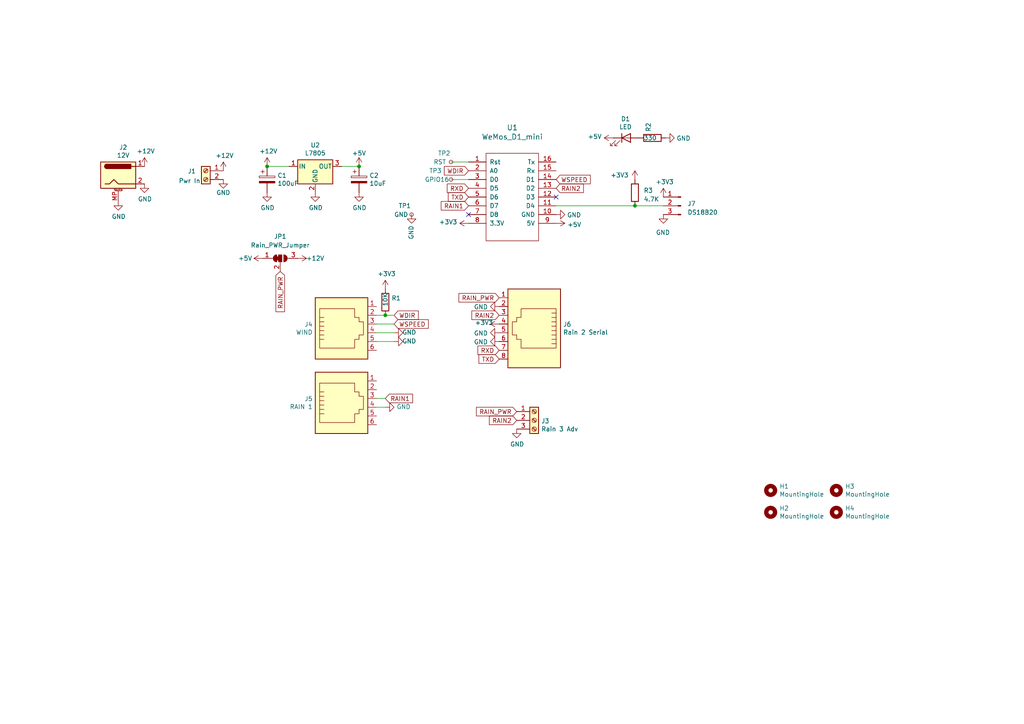
<source format=kicad_sch>
(kicad_sch (version 20230121) (generator eeschema)
  (paper "A4")
  (title_block (title "Weather Wemos") (date "2023-02-26") (rev "v3") (company "Scott Hanson"))
  (lib_symbols
    (symbol "Connector:8P8C" (pin_names (offset 1.016))
      (property "Reference" "J" (at -5.08 13.97 0))
      (property "Value" "8P8C" (at 2.54 13.97 0))
      (symbol "8P8C_0_1"
        (polyline (pts (xy -5.08 4.445) (xy -6.35 4.445)))
        (polyline (pts (xy -5.08 5.715) (xy -6.35 5.715)))
        (polyline (pts (xy -6.35 -3.175) (xy -5.08 -3.175) (xy -5.08 -3.175)))
        (polyline (pts (xy -6.35 -1.905) (xy -5.08 -1.905) (xy -5.08 -1.905)))
        (polyline (pts (xy -6.35 -0.635) (xy -5.08 -0.635) (xy -5.08 -0.635)))
        (polyline (pts (xy -6.35 0.635) (xy -5.08 0.635) (xy -5.08 0.635)))
        (polyline (pts (xy -6.35 1.905) (xy -5.08 1.905) (xy -5.08 1.905)))
        (polyline (pts (xy -5.08 3.175) (xy -6.35 3.175) (xy -6.35 3.175)))
        (polyline (pts (xy -6.35 -4.445) (xy -6.35 6.985) (xy 3.81 6.985) (xy 3.81 4.445) (xy 5.08 4.445) (xy 5.08 3.175) (xy 6.35 3.175) (xy 6.35 -0.635) (xy 5.08 -0.635) (xy 5.08 -1.905) (xy 3.81 -1.905) (xy 3.81 -4.445) (xy -6.35 -4.445) (xy -6.35 -4.445)))
        (rectangle (start 7.62 12.7) (end -7.62 -10.16) (stroke (width 0.254)) (fill (type background)))
      )
      (symbol "8P8C_1_1"
        (pin passive line (at 10.16 -7.62 180) (length 2.54) (name "~") (number "1"))
        (pin passive line (at 10.16 -5.08 180) (length 2.54) (name "~") (number "2"))
        (pin passive line (at 10.16 -2.54 180) (length 2.54) (name "~") (number "3"))
        (pin passive line (at 10.16 0 180) (length 2.54) (name "~") (number "4"))
        (pin passive line (at 10.16 2.54 180) (length 2.54) (name "~") (number "5"))
        (pin passive line (at 10.16 5.08 180) (length 2.54) (name "~") (number "6"))
        (pin passive line (at 10.16 7.62 180) (length 2.54) (name "~") (number "7"))
        (pin passive line (at 10.16 10.16 180) (length 2.54) (name "~") (number "8"))
      )
    )
    (symbol "Connector:Barrel_Jack_MountingPin" (pin_names hide)
      (property "Reference" "J" (at 0 5.334 0))
      (property "Value" "Barrel_Jack_MountingPin" (at 1.27 -6.35 0))
      (symbol "Barrel_Jack_MountingPin_0_1"
        (rectangle (start -5.08 3.81) (end 5.08 -3.81) (stroke (width 0.254)) (fill (type background)))
        (arc (start -3.302 3.175) (mid -3.9343 2.54) (end -3.302 1.905) (stroke (width 0.254)))
        (arc (start -3.302 3.175) (mid -3.9343 2.54) (end -3.302 1.905) (stroke (width 0.254)) (fill (type outline)))
        (polyline (pts (xy 5.08 2.54) (xy 3.81 2.54)) (stroke (width 0.254)))
        (polyline (pts (xy -3.81 -2.54) (xy -2.54 -2.54) (xy -1.27 -1.27) (xy 0 -2.54) (xy 2.54 -2.54) (xy 5.08 -2.54)) (stroke (width 0.254)))
        (rectangle (start 3.683 3.175) (end -3.302 1.905) (stroke (width 0.254)) (fill (type outline)))
      )
      (symbol "Barrel_Jack_MountingPin_1_1"
        (polyline (pts (xy -1.016 -4.572) (xy 1.016 -4.572)) (stroke (width 0.1524)))
        (text "Mounting" (at 0 -4.191 0) (effects (font (size 0.381 0.381))))
        (pin passive line (at 7.62 2.54 180) (length 2.54) (name "~") (number "1"))
        (pin passive line (at 7.62 -2.54 180) (length 2.54) (name "~") (number "2"))
        (pin passive line (at 0 -7.62 90) (length 3.048) (name "MountPin") (number "MP"))
      )
    )
    (symbol "Connector:Conn_01x03_Pin" (pin_names (offset 1.016) hide)
      (property "Reference" "J" (at 0 5.08 0))
      (property "Value" "Conn_01x03_Pin" (at 0 -5.08 0))
      (symbol "Conn_01x03_Pin_1_1"
        (polyline (pts (xy 1.27 -2.54) (xy 0.8636 -2.54)) (stroke (width 0.1524)))
        (polyline (pts (xy 1.27 0) (xy 0.8636 0)) (stroke (width 0.1524)))
        (polyline (pts (xy 1.27 2.54) (xy 0.8636 2.54)) (stroke (width 0.1524)))
        (rectangle (start 0.8636 -2.413) (end 0 -2.667) (stroke (width 0.1524)) (fill (type outline)))
        (rectangle (start 0.8636 0.127) (end 0 -0.127) (stroke (width 0.1524)) (fill (type outline)))
        (rectangle (start 0.8636 2.667) (end 0 2.413) (stroke (width 0.1524)) (fill (type outline)))
        (pin passive line (at 5.08 2.54 180) (length 3.81) (name "Pin_1") (number "1"))
        (pin passive line (at 5.08 0 180) (length 3.81) (name "Pin_2") (number "2"))
        (pin passive line (at 5.08 -2.54 180) (length 3.81) (name "Pin_3") (number "3"))
      )
    )
    (symbol "Connector:RJ12" (pin_names (offset 1.016))
      (property "Reference" "J" (at -5.08 11.43 0))
      (property "Value" "RJ12" (at 2.54 11.43 0))
      (symbol "RJ12_0_1"
        (polyline (pts (xy -6.35 -1.905) (xy -5.08 -1.905) (xy -5.08 -1.905)))
        (polyline (pts (xy -6.35 -0.635) (xy -5.08 -0.635) (xy -5.08 -0.635)))
        (polyline (pts (xy -6.35 0.635) (xy -5.08 0.635) (xy -5.08 0.635)))
        (polyline (pts (xy -6.35 1.905) (xy -5.08 1.905) (xy -5.08 1.905)))
        (polyline (pts (xy -6.35 3.175) (xy -5.08 3.175) (xy -5.08 3.175)))
        (polyline (pts (xy -5.08 4.445) (xy -6.35 4.445) (xy -6.35 4.445)))
        (polyline (pts (xy -6.35 -4.445) (xy -6.35 6.985) (xy 3.81 6.985) (xy 3.81 4.445) (xy 5.08 4.445) (xy 5.08 3.175) (xy 6.35 3.175) (xy 6.35 -0.635) (xy 5.08 -0.635) (xy 5.08 -1.905) (xy 3.81 -1.905) (xy 3.81 -4.445) (xy -6.35 -4.445) (xy -6.35 -4.445)))
        (rectangle (start 7.62 10.16) (end -7.62 -7.62) (stroke (width 0.254)) (fill (type background)))
      )
      (symbol "RJ12_1_1"
        (pin passive line (at 10.16 -5.08 180) (length 2.54) (name "~") (number "1"))
        (pin passive line (at 10.16 -2.54 180) (length 2.54) (name "~") (number "2"))
        (pin passive line (at 10.16 0 180) (length 2.54) (name "~") (number "3"))
        (pin passive line (at 10.16 2.54 180) (length 2.54) (name "~") (number "4"))
        (pin passive line (at 10.16 5.08 180) (length 2.54) (name "~") (number "5"))
        (pin passive line (at 10.16 7.62 180) (length 2.54) (name "~") (number "6"))
      )
    )
    (symbol "Connector:Screw_Terminal_01x02" (pin_names (offset 1.016) hide)
      (property "Reference" "J" (at 0 2.54 0))
      (property "Value" "Screw_Terminal_01x02" (at 0 -5.08 0))
      (symbol "Screw_Terminal_01x02_1_1"
        (rectangle (start -1.27 1.27) (end 1.27 -3.81) (stroke (width 0.254)) (fill (type background)))
        (circle (center 0 -2.54) (radius 0.635) (stroke (width 0.1524)))
        (polyline (pts (xy -0.5334 -2.2098) (xy 0.3302 -3.048)) (stroke (width 0.1524)))
        (polyline (pts (xy -0.5334 0.3302) (xy 0.3302 -0.508)) (stroke (width 0.1524)))
        (polyline (pts (xy -0.3556 -2.032) (xy 0.508 -2.8702)) (stroke (width 0.1524)))
        (polyline (pts (xy -0.3556 0.508) (xy 0.508 -0.3302)) (stroke (width 0.1524)))
        (circle (center 0 0) (radius 0.635) (stroke (width 0.1524)))
        (pin passive line (at -5.08 0 0) (length 3.81) (name "Pin_1") (number "1"))
        (pin passive line (at -5.08 -2.54 0) (length 3.81) (name "Pin_2") (number "2"))
      )
    )
    (symbol "Connector:Screw_Terminal_01x03" (pin_names (offset 1.016) hide)
      (property "Reference" "J" (at 0 5.08 0))
      (property "Value" "Screw_Terminal_01x03" (at 0 -5.08 0))
      (symbol "Screw_Terminal_01x03_1_1"
        (rectangle (start -1.27 3.81) (end 1.27 -3.81) (stroke (width 0.254)) (fill (type background)))
        (circle (center 0 -2.54) (radius 0.635) (stroke (width 0.1524)))
        (polyline (pts (xy -0.5334 -2.2098) (xy 0.3302 -3.048)) (stroke (width 0.1524)))
        (polyline (pts (xy -0.5334 0.3302) (xy 0.3302 -0.508)) (stroke (width 0.1524)))
        (polyline (pts (xy -0.5334 2.8702) (xy 0.3302 2.032)) (stroke (width 0.1524)))
        (polyline (pts (xy -0.3556 -2.032) (xy 0.508 -2.8702)) (stroke (width 0.1524)))
        (polyline (pts (xy -0.3556 0.508) (xy 0.508 -0.3302)) (stroke (width 0.1524)))
        (polyline (pts (xy -0.3556 3.048) (xy 0.508 2.2098)) (stroke (width 0.1524)))
        (circle (center 0 0) (radius 0.635) (stroke (width 0.1524)))
        (circle (center 0 2.54) (radius 0.635) (stroke (width 0.1524)))
        (pin passive line (at -5.08 2.54 0) (length 3.81) (name "Pin_1") (number "1"))
        (pin passive line (at -5.08 0 0) (length 3.81) (name "Pin_2") (number "2"))
        (pin passive line (at -5.08 -2.54 0) (length 3.81) (name "Pin_3") (number "3"))
      )
    )
    (symbol "Connector:TestPoint_Small" (pin_numbers hide) (pin_names (offset 0.762) hide)
      (property "Reference" "TP" (at 0 3.81 0))
      (property "Value" "TestPoint_Small" (at 0 2.032 0))
      (symbol "TestPoint_Small_0_1"
        (circle (center 0 0) (radius 0.508))
      )
      (symbol "TestPoint_Small_1_1"
        (pin passive line (at 0 0 90) (length 0) (name "1") (number "1"))
      )
    )
    (symbol "Device:LED" (pin_numbers hide) (pin_names (offset 1.016) hide)
      (property "Reference" "D" (at 0 2.54 0))
      (property "Value" "LED" (at 0 -2.54 0))
      (symbol "LED_0_1"
        (polyline (pts (xy -1.27 -1.27) (xy -1.27 1.27)) (stroke (width 0.254)))
        (polyline (pts (xy -1.27 0) (xy 1.27 0)))
        (polyline (pts (xy 1.27 -1.27) (xy 1.27 1.27) (xy -1.27 0) (xy 1.27 -1.27)) (stroke (width 0.254)))
        (polyline (pts (xy -3.048 -0.762) (xy -4.572 -2.286) (xy -3.81 -2.286) (xy -4.572 -2.286) (xy -4.572 -1.524)))
        (polyline (pts (xy -1.778 -0.762) (xy -3.302 -2.286) (xy -2.54 -2.286) (xy -3.302 -2.286) (xy -3.302 -1.524)))
      )
      (symbol "LED_1_1"
        (pin passive line (at -3.81 0 0) (length 2.54) (name "K") (number "1"))
        (pin passive line (at 3.81 0 180) (length 2.54) (name "A") (number "2"))
      )
    )
    (symbol "Device:R" (pin_numbers hide) (pin_names (offset 0))
      (property "Reference" "R" (at 2.032 0 90))
      (property "Value" "R" (at 0 0 90))
      (symbol "R_0_1"
        (rectangle (start -1.016 -2.54) (end 1.016 2.54) (stroke (width 0.254)))
      )
      (symbol "R_1_1"
        (pin passive line (at 0 3.81 270) (length 1.27) (name "~") (number "1"))
        (pin passive line (at 0 -3.81 90) (length 1.27) (name "~") (number "2"))
      )
    )
    (symbol "Jumper:SolderJumper_3_Bridged12" (pin_names (offset 0) hide)
      (property "Reference" "JP" (at -2.54 -2.54 0))
      (property "Value" "SolderJumper_3_Bridged12" (at 0 2.794 0))
      (symbol "SolderJumper_3_Bridged12_0_1"
        (rectangle (start -1.016 0.508) (end -0.508 -0.508) (fill (type outline)))
        (arc (start -1.016 1.016) (mid -2.0276 0) (end -1.016 -1.016))
        (arc (start -1.016 1.016) (mid -2.0276 0) (end -1.016 -1.016) (fill (type outline)))
        (rectangle (start -0.508 1.016) (end 0.508 -1.016) (fill (type outline)))
        (polyline (pts (xy -2.54 0) (xy -2.032 0)))
        (polyline (pts (xy -1.016 1.016) (xy -1.016 -1.016)))
        (polyline (pts (xy 0 -1.27) (xy 0 -1.016)))
        (polyline (pts (xy 1.016 1.016) (xy 1.016 -1.016)))
        (polyline (pts (xy 2.54 0) (xy 2.032 0)))
        (arc (start 1.016 -1.016) (mid 2.0276 0) (end 1.016 1.016))
        (arc (start 1.016 -1.016) (mid 2.0276 0) (end 1.016 1.016) (fill (type outline)))
      )
      (symbol "SolderJumper_3_Bridged12_1_1"
        (pin passive line (at -5.08 0 0) (length 2.54) (name "A") (number "1"))
        (pin passive line (at 0 -3.81 90) (length 2.54) (name "C") (number "2"))
        (pin passive line (at 5.08 0 180) (length 2.54) (name "B") (number "3"))
      )
    )
    (symbol "Mechanical:MountingHole" (pin_names (offset 1.016))
      (property "Reference" "H" (at 0 5.08 0))
      (property "Value" "MountingHole" (at 0 3.175 0))
      (symbol "MountingHole_0_1"
        (circle (center 0 0) (radius 1.27) (stroke (width 1.27)))
      )
    )
    (symbol "Regulator_Linear:L7805" (pin_names (offset 0.254))
      (property "Reference" "U" (at -3.81 3.175 0))
      (property "Value" "L7805" (at 0 3.175 0))
      (symbol "L7805_0_1"
        (rectangle (start -5.08 1.905) (end 5.08 -5.08) (stroke (width 0.254)) (fill (type background)))
      )
      (symbol "L7805_1_1"
        (pin power_in line (at -7.62 0 0) (length 2.54) (name "IN") (number "1"))
        (pin power_in line (at 0 -7.62 90) (length 2.54) (name "GND") (number "2"))
        (pin power_out line (at 7.62 0 180) (length 2.54) (name "OUT") (number "3"))
      )
    )
    (symbol "Weather_Wemos-rescue:CP-Device" (pin_numbers hide) (pin_names (offset 0.254))
      (property "Reference" "C" (at 0.635 2.54 0))
      (property "Value" "CP-Device" (at 0.635 -2.54 0))
      (symbol "CP-Device_0_1"
        (rectangle (start -2.286 0.508) (end 2.286 1.016))
        (polyline (pts (xy -1.778 2.286) (xy -0.762 2.286)))
        (polyline (pts (xy -1.27 2.794) (xy -1.27 1.778)))
        (rectangle (start 2.286 -0.508) (end -2.286 -1.016) (fill (type outline)))
      )
      (symbol "CP-Device_1_1"
        (pin passive line (at 0 3.81 270) (length 2.794) (name "~") (number "1"))
        (pin passive line (at 0 -3.81 90) (length 2.794) (name "~") (number "2"))
      )
    )
    (symbol "power:+12V" (power) (pin_names (offset 0))
      (property "Value" "+12V" (at 0 3.556 0))
      (symbol "+12V_0_1"
        (polyline (pts (xy -0.762 1.27) (xy 0 2.54)))
        (polyline (pts (xy 0 0) (xy 0 2.54)))
        (polyline (pts (xy 0 2.54) (xy 0.762 1.27)))
      )
      (symbol "+12V_1_1"
        (pin power_in line (at 0 0 90) (length 0) hide (name "+12V") (number "1"))
      )
    )
    (symbol "power:+3.3V" (power) (pin_names (offset 0))
      (property "Value" "+3.3V" (at 0 3.556 0))
      (symbol "+3.3V_0_1"
        (polyline (pts (xy -0.762 1.27) (xy 0 2.54)))
        (polyline (pts (xy 0 0) (xy 0 2.54)))
        (polyline (pts (xy 0 2.54) (xy 0.762 1.27)))
      )
      (symbol "+3.3V_1_1"
        (pin power_in line (at 0 0 90) (length 0) hide (name "+3V3") (number "1"))
      )
    )
    (symbol "power:+5V" (power) (pin_names (offset 0))
      (property "Value" "+5V" (at 0 3.556 0))
      (symbol "+5V_0_1"
        (polyline (pts (xy -0.762 1.27) (xy 0 2.54)))
        (polyline (pts (xy 0 0) (xy 0 2.54)))
        (polyline (pts (xy 0 2.54) (xy 0.762 1.27)))
      )
      (symbol "+5V_1_1"
        (pin power_in line (at 0 0 90) (length 0) hide (name "+5V") (number "1"))
      )
    )
    (symbol "power:GND" (power) (pin_names (offset 0))
      (property "Value" "GND" (at 0 -3.81 0))
      (symbol "GND_0_1"
        (polyline (pts (xy 0 0) (xy 0 -1.27) (xy 1.27 -1.27) (xy 0 -2.54) (xy -1.27 -1.27) (xy 0 -1.27)))
      )
      (symbol "GND_1_1"
        (pin power_in line (at 0 0 270) (length 0) hide (name "GND") (number "1"))
      )
    )
    (symbol "wemos_mini:WeMos_D1_mini" (pin_names (offset 1.016))
      (property "Reference" "U" (at 0 12.7 0))
      (property "Value" "WeMos_D1_mini" (at 0 -12.7 0))
      (property "Datasheet" "http://www.wemos.cc/Products/d1_mini.html" (at 13.97 -17.78 0))
      (symbol "WeMos_D1_mini_0_1"
        (rectangle (start -7.62 11.43) (end 7.62 -13.97))
      )
      (symbol "WeMos_D1_mini_1_1"
        (pin bidirectional line (at -12.7 8.89 0) (length 5.08) (name "Rst") (number "1"))
        (pin power_in line (at 12.7 -6.35 180) (length 5.08) (name "GND") (number "10"))
        (pin bidirectional line (at 12.7 -3.81 180) (length 5.08) (name "D4") (number "11"))
        (pin bidirectional line (at 12.7 -1.27 180) (length 5.08) (name "D3") (number "12"))
        (pin bidirectional line (at 12.7 1.27 180) (length 5.08) (name "D2") (number "13"))
        (pin bidirectional line (at 12.7 3.81 180) (length 5.08) (name "D1") (number "14"))
        (pin bidirectional line (at 12.7 6.35 180) (length 5.08) (name "Rx") (number "15"))
        (pin bidirectional line (at 12.7 8.89 180) (length 5.08) (name "Tx") (number "16"))
        (pin bidirectional line (at -12.7 6.35 0) (length 5.08) (name "A0") (number "2"))
        (pin bidirectional line (at -12.7 3.81 0) (length 5.08) (name "D0") (number "3"))
        (pin bidirectional line (at -12.7 1.27 0) (length 5.08) (name "D5") (number "4"))
        (pin bidirectional line (at -12.7 -1.27 0) (length 5.08) (name "D6") (number "5"))
        (pin bidirectional line (at -12.7 -3.81 0) (length 5.08) (name "D7") (number "6"))
        (pin bidirectional line (at -12.7 -6.35 0) (length 5.08) (name "D8") (number "7"))
        (pin power_out line (at -12.7 -8.89 0) (length 5.08) (name "3.3V") (number "8"))
        (pin power_in line (at 12.7 -8.89 180) (length 5.08) (name "5V") (number "9"))
      )
    )
  )
  (junction (at 77.47 48.26))
  (junction (at 104.14 48.26))
  (junction (at 111.76 91.44))
  (junction (at 184.15 59.69))
  (no_connect (at 135.89 62.23))
  (no_connect (at 161.29 57.15))
  (wire (pts (xy 161.29 59.69) (xy 184.15 59.69)))
  (wire (pts (xy 114.3 93.98) (xy 109.22 93.98)))
  (wire (pts (xy 83.82 48.26) (xy 77.47 48.26)))
  (wire (pts (xy 130.81 46.99) (xy 135.89 46.99)))
  (wire (pts (xy 130.81 52.07) (xy 135.89 52.07)))
  (wire (pts (xy 109.22 91.44) (xy 111.76 91.44)))
  (wire (pts (xy 111.76 115.57) (xy 109.22 115.57)))
  (wire (pts (xy 111.76 91.44) (xy 114.3 91.44)))
  (wire (pts (xy 114.3 99.06) (xy 109.22 99.06)))
  (wire (pts (xy 184.15 59.69) (xy 192.405 59.69)))
  (wire (pts (xy 109.22 96.52) (xy 114.3 96.52)))
  (wire (pts (xy 109.22 118.11) (xy 111.76 118.11)))
  (wire (pts (xy 99.06 48.26) (xy 104.14 48.26)))
  (global_label "RAIN_PWR" (shape input) (at 144.78 86.36 180) (property "Intersheetrefs" "${INTERSHEET_REFS}" (effects hide)))
  (global_label "TXD" (shape input) (at 144.78 104.14 180) (property "Intersheetrefs" "${INTERSHEET_REFS}" (effects hide)))
  (global_label "RAIN2" (shape input) (at 144.78 91.44 180) (property "Intersheetrefs" "${INTERSHEET_REFS}" (effects hide)))
  (global_label "RXD" (shape input) (at 144.78 101.6 180) (property "Intersheetrefs" "${INTERSHEET_REFS}" (effects hide)))
  (global_label "WSPEED" (shape input) (at 161.29 52.07 0) (property "Intersheetrefs" "${INTERSHEET_REFS}" (effects hide)))
  (global_label "WDIR" (shape input) (at 114.3 91.44 0) (property "Intersheetrefs" "${INTERSHEET_REFS}" (effects hide)))
  (global_label "WSPEED" (shape input) (at 114.3 93.98 0) (property "Intersheetrefs" "${INTERSHEET_REFS}" (effects hide)))
  (global_label "RAIN_PWR" (shape input) (at 149.86 119.38 180) (property "Intersheetrefs" "${INTERSHEET_REFS}" (effects hide)))
  (global_label "RAIN2" (shape input) (at 161.29 54.61 0) (property "Intersheetrefs" "${INTERSHEET_REFS}" (effects hide)))
  (global_label "WDIR" (shape input) (at 135.89 49.53 180) (property "Intersheetrefs" "${INTERSHEET_REFS}" (effects hide)))
  (global_label "RAIN2" (shape input) (at 149.86 121.92 180) (property "Intersheetrefs" "${INTERSHEET_REFS}" (effects hide)))
  (global_label "RAIN_PWR" (shape input) (at 81.28 78.74 270) (property "Intersheetrefs" "${INTERSHEET_REFS}" (effects hide)))
  (global_label "RAIN1" (shape input) (at 111.76 115.57 0) (property "Intersheetrefs" "${INTERSHEET_REFS}" (effects hide)))
  (global_label "RAIN1" (shape input) (at 135.89 59.69 180) (property "Intersheetrefs" "${INTERSHEET_REFS}" (effects hide)))
  (global_label "TXD" (shape input) (at 135.89 57.15 180) (property "Intersheetrefs" "${INTERSHEET_REFS}" (effects hide)))
  (global_label "RXD" (shape input) (at 135.89 54.61 180) (property "Intersheetrefs" "${INTERSHEET_REFS}" (effects hide)))
  (symbol (lib_id "wemos_mini:WeMos_D1_mini") (at 148.59 55.88 0) (unit 1)
    (property "Reference" "U1" (at 148.59 37.0078 0) (effects (font (size 1.524 1.524))))
    (property "Value" "WeMos_D1_mini" (at 148.59 39.7002 0) (effects (font (size 1.524 1.524))))
    (property "Footprint" "wemos-d1-mini:wemos-d1-mini-connectors-only" (effects hide))
    (property "Datasheet" "http://www.wemos.cc/Products/d1_mini.html" (effects hide))
  )
  (symbol (lib_id "Connector:Screw_Terminal_01x03") (at 154.94 121.92 0) (unit 1)
    (property "Reference" "J3" (at 156.972 122.1232 0) (effects (justify left)))
    (property "Value" "Rain 3 Adv" (at 156.972 124.4346 0) (effects (justify left)))
    (property "Footprint" "TerminalBlock_Phoenix:TerminalBlock_Phoenix_MKDS-1,5-3_1x03_P5.00mm_Horizontal" (effects hide))
  )
  (symbol (lib_id "Device:R") (at 111.76 87.63 0) (unit 1)
    (property "Reference" "R1" (at 113.538 86.4616 0) (effects (justify left)))
    (property "Value" "10K" (at 111.76 88.9 90) (effects (justify left)))
    (property "Footprint" "Resistor_THT:R_Axial_DIN0207_L6.3mm_D2.5mm_P7.62mm_Horizontal" (effects hide))
  )
  (symbol (lib_id "power:+3.3V") (at 111.76 83.82 0) (unit 1)
    (property "Reference" "#PWR0103" (effects hide))
    (property "Value" "+3.3V" (at 112.141 79.4258 0))
  )
  (symbol (lib_id "Connector:Screw_Terminal_01x02") (at 59.69 49.53 0) (mirror y) (unit 1)
    (property "Reference" "J1" (at 55.626 49.657 0))
    (property "Value" "Pwr In" (at 54.991 52.451 0))
    (property "Footprint" "TerminalBlock_Phoenix:TerminalBlock_Phoenix_MKDS-1,5-2_1x02_P5.00mm_Horizontal" (effects hide))
  )
  (symbol (lib_id "power:GND") (at 64.77 52.07 0) (unit 1)
    (property "Reference" "#PWR0107" (effects hide))
    (property "Value" "GND" (at 64.77 55.88 0))
  )
  (symbol (lib_id "power:+5V") (at 104.14 48.26 0) (unit 1)
    (property "Reference" "#PWR0108" (effects hide))
    (property "Value" "+5V" (at 104.14 44.45 0))
  )
  (symbol (lib_id "power:+5V") (at 161.29 64.77 270) (unit 1)
    (property "Reference" "#PWR0109" (effects hide))
    (property "Value" "+5V" (at 164.5412 65.151 90) (effects (justify left)))
  )
  (symbol (lib_id "power:+3.3V") (at 135.89 64.77 90) (unit 1)
    (property "Reference" "#PWR0110" (effects hide))
    (property "Value" "+3.3V" (at 132.6388 64.389 90) (effects (justify left)))
  )
  (symbol (lib_id "power:GND") (at 161.29 62.23 90) (unit 1)
    (property "Reference" "#PWR0111" (effects hide))
    (property "Value" "GND" (at 166.497 62.357 90))
  )
  (symbol (lib_id "Regulator_Linear:L7805") (at 91.44 48.26 0) (unit 1)
    (property "Reference" "U2" (at 91.44 42.1132 0))
    (property "Value" "L7805" (at 91.44 44.4246 0))
    (property "Footprint" "Package_TO_SOT_THT:TO-220-3_Vertical" (effects hide))
    (property "Datasheet" "http://www.st.com/content/ccc/resource/technical/document/datasheet/41/4f/b3/b0/12/d4/47/88/CD00000444.pdf/files/CD00000444.pdf/jcr:content/translations/en.CD00000444.pdf" (effects hide))
  )
  (symbol (lib_id "Weather_Wemos-rescue:CP-Device") (at 77.47 52.07 0) (unit 1)
    (property "Reference" "C1" (at 80.4672 50.9016 0) (effects (justify left)))
    (property "Value" "100uF" (at 80.4672 53.213 0) (effects (justify left)))
    (property "Footprint" "Capacitor_THT:CP_Radial_D5.0mm_P2.50mm" (effects hide))
  )
  (symbol (lib_id "Weather_Wemos-rescue:CP-Device") (at 104.14 52.07 0) (unit 1)
    (property "Reference" "C2" (at 107.1372 50.9016 0) (effects (justify left)))
    (property "Value" "10uF" (at 107.1372 53.213 0) (effects (justify left)))
    (property "Footprint" "Capacitor_THT:CP_Radial_D5.0mm_P2.50mm" (effects hide))
  )
  (symbol (lib_id "power:+12V") (at 77.47 48.26 0) (unit 1)
    (property "Reference" "#PWR05" (effects hide))
    (property "Value" "+12V" (at 77.851 43.8658 0))
  )
  (symbol (lib_id "power:+12V") (at 64.77 49.53 0) (unit 1)
    (property "Reference" "#PWR02" (effects hide))
    (property "Value" "+12V" (at 65.151 45.1358 0))
  )
  (symbol (lib_id "power:GND") (at 104.14 55.88 0) (unit 1)
    (property "Reference" "#PWR08" (effects hide))
    (property "Value" "GND" (at 104.267 60.2742 0))
  )
  (symbol (lib_id "power:GND") (at 91.44 55.88 0) (unit 1)
    (property "Reference" "#PWR07" (effects hide))
    (property "Value" "GND" (at 91.567 60.2742 0))
  )
  (symbol (lib_id "power:GND") (at 77.47 55.88 0) (unit 1)
    (property "Reference" "#PWR06" (effects hide))
    (property "Value" "GND" (at 77.597 60.2742 0))
  )
  (symbol (lib_id "Connector:8P8C") (at 154.94 93.98 180) (unit 1)
    (property "Reference" "J6" (at 163.322 94.0816 0) (effects (justify right)))
    (property "Value" "Rain 2 Serial" (at 163.322 96.393 0) (effects (justify right)))
    (property "Footprint" "Connector_RJ:RJ45_Amphenol_54602-x08_Horizontal" (effects hide))
  )
  (symbol (lib_id "power:GND") (at 111.76 118.11 90) (unit 1)
    (property "Reference" "#PWR012" (effects hide))
    (property "Value" "GND" (at 115.0112 117.983 90) (effects (justify right)))
  )
  (symbol (lib_id "power:GND") (at 149.86 124.46 0) (unit 1)
    (property "Reference" "#PWR019" (effects hide))
    (property "Value" "GND" (at 149.987 128.8542 0))
  )
  (symbol (lib_id "power:GND") (at 144.78 88.9 270) (unit 1)
    (property "Reference" "#PWR014" (effects hide))
    (property "Value" "GND" (at 141.5288 89.027 90) (effects (justify right)))
  )
  (symbol (lib_id "power:+3.3V") (at 144.78 93.98 90) (unit 1)
    (property "Reference" "#PWR015" (effects hide))
    (property "Value" "+3.3V" (at 140.3858 93.599 90))
  )
  (symbol (lib_id "power:GND") (at 144.78 96.52 270) (unit 1)
    (property "Reference" "#PWR016" (effects hide))
    (property "Value" "GND" (at 141.5288 96.647 90) (effects (justify right)))
  )
  (symbol (lib_id "power:GND") (at 144.78 99.06 270) (unit 1)
    (property "Reference" "#PWR017" (effects hide))
    (property "Value" "GND" (at 141.5288 99.187 90) (effects (justify right)))
  )
  (symbol (lib_id "power:GND") (at 114.3 99.06 90) (unit 1)
    (property "Reference" "#PWR011" (effects hide))
    (property "Value" "GND" (at 118.6942 98.933 90))
  )
  (symbol (lib_id "power:GND") (at 114.3 96.52 90) (unit 1)
    (property "Reference" "#PWR010" (effects hide))
    (property "Value" "GND" (at 118.6942 96.393 90))
  )
  (symbol (lib_id "power:+12V") (at 41.91 48.26 0) (unit 1)
    (property "Reference" "#PWR03" (effects hide))
    (property "Value" "+12V" (at 42.291 43.8658 0))
  )
  (symbol (lib_id "power:GND") (at 41.91 53.34 0) (unit 1)
    (property "Reference" "#PWR04" (effects hide))
    (property "Value" "GND" (at 42.037 57.7342 0))
  )
  (symbol (lib_id "Connector:TestPoint_Small") (at 130.81 46.99 0) (unit 1)
    (property "Reference" "TP2" (at 127 44.45 0) (effects (justify left)))
    (property "Value" "RST" (at 125.73 46.99 0) (effects (justify left)))
    (property "Footprint" "TestPoint:TestPoint_Pad_1.5x1.5mm" (effects hide))
  )
  (symbol (lib_id "Connector:TestPoint_Small") (at 119.38 62.23 0) (unit 1)
    (property "Reference" "TP1" (at 115.57 59.69 0) (effects (justify left)))
    (property "Value" "GND" (at 114.3 62.23 0) (effects (justify left)))
    (property "Footprint" "TestPoint:TestPoint_Pad_1.5x1.5mm" (effects hide))
  )
  (symbol (lib_id "power:GND") (at 119.38 62.23 0) (unit 1)
    (property "Reference" "#PWR09" (effects hide))
    (property "Value" "GND" (at 119.253 67.437 90))
  )
  (symbol (lib_id "Mechanical:MountingHole") (at 223.52 142.24 0) (unit 1)
    (property "Reference" "H1" (at 226.06 141.0716 0) (effects (justify left)))
    (property "Value" "MountingHole" (at 226.06 143.383 0) (effects (justify left)))
    (property "Footprint" "MountingHole:MountingHole_3.7mm" (effects hide))
  )
  (symbol (lib_id "Mechanical:MountingHole") (at 242.57 142.24 0) (unit 1)
    (property "Reference" "H3" (at 245.11 141.0716 0) (effects (justify left)))
    (property "Value" "MountingHole" (at 245.11 143.383 0) (effects (justify left)))
    (property "Footprint" "MountingHole:MountingHole_3.7mm" (effects hide))
  )
  (symbol (lib_id "Mechanical:MountingHole") (at 223.52 148.59 0) (unit 1)
    (property "Reference" "H2" (at 226.06 147.4216 0) (effects (justify left)))
    (property "Value" "MountingHole" (at 226.06 149.733 0) (effects (justify left)))
    (property "Footprint" "MountingHole:MountingHole_3.7mm" (effects hide))
  )
  (symbol (lib_id "Mechanical:MountingHole") (at 242.57 148.59 0) (unit 1)
    (property "Reference" "H4" (at 245.11 147.4216 0) (effects (justify left)))
    (property "Value" "MountingHole" (at 245.11 149.733 0) (effects (justify left)))
    (property "Footprint" "MountingHole:MountingHole_3.7mm" (effects hide))
  )
  (symbol (lib_id "Connector:RJ12") (at 99.06 93.98 0) (mirror x) (unit 1)
    (property "Reference" "J4" (at 90.7034 94.0816 0) (effects (justify right)))
    (property "Value" "WIND" (at 90.7034 96.393 0) (effects (justify right)))
    (property "Footprint" "Connector_RJ:RJ12_Amphenol_54601" (effects hide))
    (property "Digikey" "AE10391-ND" (effects hide))
  )
  (symbol (lib_id "Connector:RJ12") (at 99.06 115.57 0) (mirror x) (unit 1)
    (property "Reference" "J5" (at 90.7034 115.6716 0) (effects (justify right)))
    (property "Value" "RAIN 1" (at 90.7034 117.983 0) (effects (justify right)))
    (property "Footprint" "Connector_RJ:RJ12_Amphenol_54601" (effects hide))
    (property "Digikey" "AE10391-ND" (effects hide))
  )
  (symbol (lib_id "Device:LED") (at 181.61 40.005 0) (unit 1)
    (property "Reference" "D1" (at 181.4322 34.4932 0))
    (property "Value" "LED" (at 181.4322 36.8046 0))
    (property "Footprint" "LED_THT:LED_D3.0mm" (effects hide))
  )
  (symbol (lib_id "Device:R") (at 189.23 40.005 90) (unit 1)
    (property "Reference" "R2" (at 188.0616 38.227 0) (effects (justify left)))
    (property "Value" "330" (at 190.5 40.005 90) (effects (justify left)))
    (property "Footprint" "Resistor_THT:R_Axial_DIN0207_L6.3mm_D2.5mm_P7.62mm_Horizontal" (effects hide))
  )
  (symbol (lib_id "power:GND") (at 193.04 40.005 90) (unit 1)
    (property "Reference" "#PWR0101" (effects hide))
    (property "Value" "GND" (at 198.247 40.132 90))
  )
  (symbol (lib_id "Connector:TestPoint_Small") (at 130.81 52.07 0) (unit 1)
    (property "Reference" "TP3" (at 124.46 49.53 0) (effects (justify left)))
    (property "Value" "GPIO16" (at 123.19 52.07 0) (effects (justify left)))
    (property "Footprint" "TestPoint:TestPoint_Pad_1.5x1.5mm" (effects hide))
  )
  (symbol (lib_id "Connector:Barrel_Jack_MountingPin") (at 34.29 50.8 0) (unit 1)
    (property "Reference" "J2" (at 35.7378 42.7482 0))
    (property "Value" "12V" (at 35.7378 45.0596 0))
    (property "Footprint" "Weather_Wemos:BarrelJack_Horizontal" (effects hide))
  )
  (symbol (lib_id "power:GND") (at 34.29 58.42 0) (unit 1)
    (property "Reference" "#PWR0102" (effects hide))
    (property "Value" "GND" (at 34.417 62.8142 0))
  )
  (symbol (lib_id "power:+5V") (at 177.8 40.005 90) (unit 1)
    (property "Reference" "#PWR0104" (effects hide))
    (property "Value" "+5V" (at 174.5488 39.624 90) (effects (justify left)))
  )
  (symbol (lib_id "power:+12V") (at 86.36 74.93 270) (unit 1)
    (property "Reference" "#PWR023" (effects hide))
    (property "Value" "+12V" (at 91.44 74.93 90))
  )
  (symbol (lib_id "Device:R") (at 184.15 55.88 180) (unit 1)
    (property "Reference" "R3" (at 186.69 55.245 0) (effects (justify right)))
    (property "Value" "4.7K" (at 186.69 57.785 0) (effects (justify right)))
    (property "Footprint" "Resistor_THT:R_Axial_DIN0207_L6.3mm_D2.5mm_P7.62mm_Horizontal" (effects hide))
  )
  (symbol (lib_id "power:+3.3V") (at 184.15 52.07 0) (unit 1)
    (property "Reference" "#PWR020" (effects hide))
    (property "Value" "+3.3V" (at 179.705 50.8 0))
  )
  (symbol (lib_id "power:+5V") (at 76.2 74.93 90) (unit 1)
    (property "Reference" "#PWR022" (effects hide))
    (property "Value" "+5V" (at 71.12 74.93 90))
  )
  (symbol (lib_id "power:+3.3V") (at 192.405 57.15 0) (unit 1)
    (property "Reference" "#PWR01" (effects hide))
    (property "Value" "+3.3V" (at 192.786 52.7558 0))
  )
  (symbol (lib_id "Connector:Conn_01x03_Pin") (at 197.485 59.69 0) (mirror y) (unit 1)
    (property "Reference" "J7" (at 199.39 59.055 0) (effects (justify right)))
    (property "Value" "DS18B20" (at 199.39 61.595 0) (effects (justify right)))
    (property "Footprint" "Connector_JST:JST_XH_B3B-XH-A_1x03_P2.50mm_Vertical" (effects hide))
  )
  (symbol (lib_id "power:GND") (at 192.405 62.23 0) (unit 1)
    (property "Reference" "#PWR021" (effects hide))
    (property "Value" "GND" (at 192.278 67.437 0))
  )
  (symbol (lib_id "Jumper:SolderJumper_3_Bridged12") (at 81.28 74.93 0) (unit 1) (in_bom no)
    (property "Reference" "JP1" (at 81.28 68.58 0))
    (property "Value" "Rain_PWR_Jumper" (at 81.28 71.12 0))
    (property "Footprint" "Jumper:SolderJumper-3_P1.3mm_Bridged2Bar12_RoundedPad1.0x1.5mm_NumberLabels" (effects hide))
  )
)
</source>
